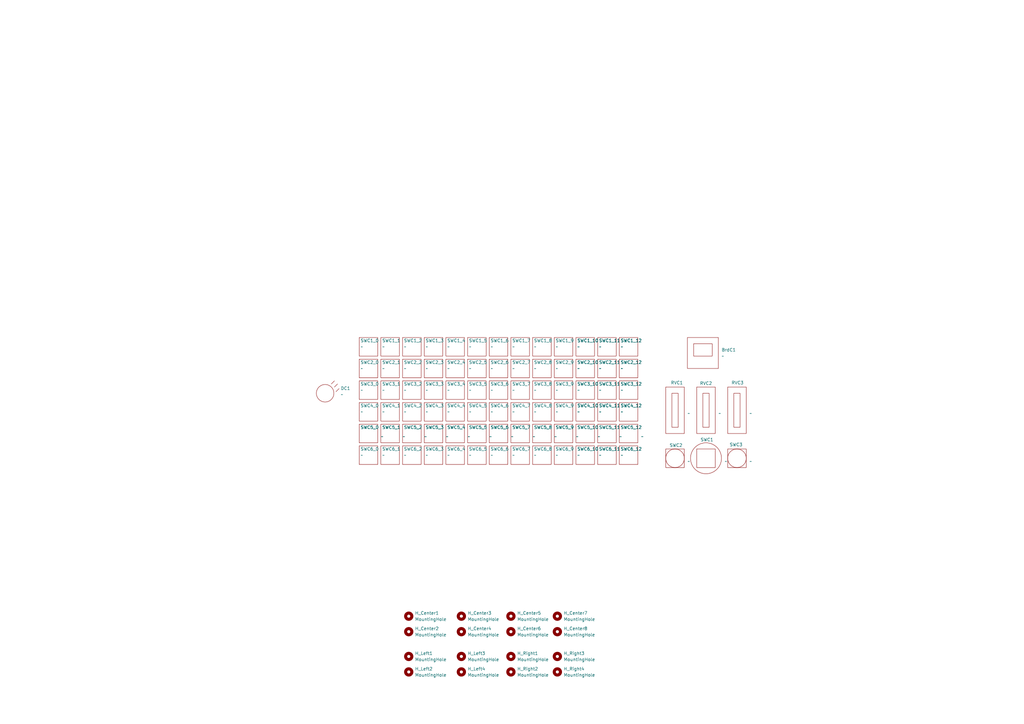
<source format=kicad_sch>
(kicad_sch (version 20250114) (generator "eeschema") (generator_version "9.0")
  (paper "A3")
  (lib_symbols
    (symbol "EUB_Passives:CenterSwitch_Cutout"
      (property "Reference" "SWC" (at 0 0 0))
      (symbol "CenterSwitch_Cutout_0_1"
        (rectangle (start -3.81 3.81) (end 3.81 -3.81))
        (circle (center 0 0) (radius 6.35))
      )
    )
    (symbol "EUB_Passives:KeySwitch_Cutout"
      (property "Reference" "SWC" (at 0 0 0))
      (symbol "KeySwitch_Cutout_0_1"
        (rectangle (start -3.81 3.81) (end 3.81 -3.81))
      )
    )
    (symbol "EUB_Passives:LED_Cutout"
      (property "Reference" "DC" (at 0 1.27 0))
      (symbol "LED_Cutout_0_1"
        (circle (center 0 1.27) (radius 3.5921))
        (polyline (pts (xy 2.54 5.08) (xy 3.81 6.35)))
        (polyline (pts (xy 3.81 3.81) (xy 5.08 5.08)))
        (polyline (pts (xy 4.445 1.905) (xy 5.715 3.175)))
      )
    )
    (symbol "EUB_Passives:OLED_Cutout"
      (property "Reference" "BrdC" (at 0 1.27 0))
      (symbol "OLED_Cutout_0_1"
        (rectangle (start -6.35 6.35) (end 6.35 -6.35))
        (rectangle (start -3.81 3.81) (end 3.81 -1.27))
      )
    )
    (symbol "EUB_Passives:SideSwitch_Cutout"
      (property "Reference" "SWC" (at 0 0 0))
      (symbol "SideSwitch_Cutout_0_1"
        (rectangle (start -3.81 3.81) (end 3.81 -3.81))
        (circle (center 0 0) (radius 3.81))
      )
    )
    (symbol "EUB_Passives:SlidePot_Cutout"
      (property "Reference" "RVC" (at 0 8.89 0))
      (symbol "SlidePot_Cutout_0_1"
        (rectangle (start -3.81 10.16) (end 3.81 -8.89))
        (rectangle (start -1.27 7.62) (end 1.27 -6.35))
      )
    )
    (symbol "Mechanical:MountingHole" (pin_names (offset 1.016)) (in_bom no)
      (property "Reference" "H" (at 0 5.08 0))
      (property "Value" "MountingHole" (at 0 3.175 0))
      (symbol "MountingHole_0_1"
        (circle (center 0 0) (radius 1.27) (stroke (width 1.27)))
      )
    )
  )
  (symbol (lib_id "EUB_Passives:KeySwitch_Cutout") (at 195.58 177.8 0) (unit 1)
    (property "Reference" "SWC5_5" (at 192.278 175.26 0) (effects (justify left)))
    (property "Value" "~" (at 200.66 179.0699 0) (effects (justify left)))
    (property "Footprint" "EUB_KeySwitches:SW_Kailh_Choc_Cutout_YushadoCap" (effects (hide yes)))
  )
  (symbol (lib_id "EUB_Passives:KeySwitch_Cutout") (at 204.47 151.13 0) (unit 1)
    (property "Reference" "SWC2_6" (at 201.168 148.59 0) (effects (justify left)))
    (property "Value" "~" (at 201.168 151.13 0) (effects (justify left)))
    (property "Footprint" "EUB_KeySwitches:SW_Kailh_Choc_Cutout_YushadoCap" (effects (hide yes)))
  )
  (symbol (lib_id "EUB_Passives:CenterSwitch_Cutout") (at 289.56 187.96 0) (unit 1)
    (property "Reference" "SWC1" (at 287.274 180.34 0) (effects (justify left)))
    (property "Value" "~" (at 297.18 189.2299 0) (effects (justify left)))
    (property "Footprint" "EUB_Passives:Akidsuki_WhiteCircleTactileSwitch_Cutout" (effects (hide yes)))
  )
  (symbol (lib_id "Mechanical:MountingHole") (at 189.23 275.59 0) (unit 1) (in_bom no)
    (property "Reference" "H_Left4" (at 191.77 274.3199 0) (effects (justify left)))
    (property "Value" "MountingHole" (at 191.77 276.8599 0) (effects (justify left)))
    (property "Footprint" "EUB_MountingHole:MountingHole_2.2mm_M2_jlcpcb" (effects (hide yes)))
    (property "Description" "Mounting Hole without connection" (effects (hide yes)))
  )
  (symbol (lib_id "EUB_Passives:KeySwitch_Cutout") (at 257.81 142.24 0) (unit 1)
    (property "Reference" "SWC1_12" (at 254.508 139.7 0) (effects (justify left)))
    (property "Value" "~" (at 254.508 142.24 0) (effects (justify left)))
    (property "Footprint" "EUB_KeySwitches:SW_Kailh_Choc_Cutout_YushadoCap" (effects (hide yes)))
  )
  (symbol (lib_id "EUB_Passives:KeySwitch_Cutout") (at 204.47 160.02 0) (unit 1)
    (property "Reference" "SWC3_6" (at 201.168 157.48 0) (effects (justify left)))
    (property "Value" "~" (at 201.168 160.02 0) (effects (justify left)))
    (property "Footprint" "EUB_KeySwitches:SW_Kailh_Choc_Cutout_YushadoCap" (effects (hide yes)))
  )
  (symbol (lib_id "EUB_Passives:KeySwitch_Cutout") (at 222.25 142.24 0) (unit 1)
    (property "Reference" "SWC1_8" (at 218.948 139.7 0) (effects (justify left)))
    (property "Value" "~" (at 218.948 142.24 0) (effects (justify left)))
    (property "Footprint" "EUB_KeySwitches:SW_Kailh_Choc_Cutout_YushadoCap" (effects (hide yes)))
  )
  (symbol (lib_id "EUB_Passives:KeySwitch_Cutout") (at 177.8 160.02 0) (unit 1)
    (property "Reference" "SWC3_3" (at 174.498 157.48 0) (effects (justify left)))
    (property "Value" "~" (at 174.498 160.02 0) (effects (justify left)))
    (property "Footprint" "EUB_KeySwitches:SW_Kailh_Choc_Cutout_YushadoCap" (effects (hide yes)))
  )
  (symbol (lib_id "EUB_Passives:KeySwitch_Cutout") (at 204.47 142.24 0) (unit 1)
    (property "Reference" "SWC1_6" (at 201.168 139.7 0) (effects (justify left)))
    (property "Value" "~" (at 201.168 142.24 0) (effects (justify left)))
    (property "Footprint" "EUB_KeySwitches:SW_Kailh_Choc_Cutout_YushadoCap" (effects (hide yes)))
  )
  (symbol (lib_id "EUB_Passives:SlidePot_Cutout") (at 289.56 168.91 0) (unit 1)
    (property "Reference" "RVC2" (at 287.02 157.226 0) (effects (justify left)))
    (property "Value" "~" (at 294.64 169.5449 0) (effects (justify left)))
    (property "Footprint" "EUB_Passives:Potentiometer_Slider_AliExpress_10k_35mm_Hole" (effects (hide yes)))
  )
  (symbol (lib_id "EUB_Passives:KeySwitch_Cutout") (at 186.69 142.24 0) (unit 1)
    (property "Reference" "SWC1_4" (at 183.388 139.7 0) (effects (justify left)))
    (property "Value" "~" (at 183.388 142.24 0) (effects (justify left)))
    (property "Footprint" "EUB_KeySwitches:SW_Kailh_Choc_Cutout_YushadoCap" (effects (hide yes)))
  )
  (symbol (lib_id "EUB_Passives:KeySwitch_Cutout") (at 177.8 168.91 0) (unit 1)
    (property "Reference" "SWC4_3" (at 174.498 166.37 0) (effects (justify left)))
    (property "Value" "~" (at 174.498 168.91 0) (effects (justify left)))
    (property "Footprint" "EUB_KeySwitches:SW_Kailh_Choc_Cutout_YushadoCap" (effects (hide yes)))
  )
  (symbol (lib_id "EUB_Passives:KeySwitch_Cutout") (at 231.14 160.02 0) (unit 1)
    (property "Reference" "SWC3_9" (at 227.838 157.48 0) (effects (justify left)))
    (property "Value" "~" (at 227.838 160.02 0) (effects (justify left)))
    (property "Footprint" "EUB_KeySwitches:SW_Kailh_Choc_Cutout_YushadoCap" (effects (hide yes)))
  )
  (symbol (lib_id "EUB_Passives:KeySwitch_Cutout") (at 240.03 142.24 0) (unit 1)
    (property "Reference" "SWC1_10" (at 236.728 139.7 0) (effects (justify left)))
    (property "Value" "~" (at 236.728 142.24 0) (effects (justify left)))
    (property "Footprint" "EUB_KeySwitches:SW_Kailh_Choc_Cutout_YushadoCap" (effects (hide yes)))
  )
  (symbol (lib_id "Mechanical:MountingHole") (at 228.6 259.08 0) (unit 1) (in_bom no)
    (property "Reference" "H_Center8" (at 231.14 257.8099 0) (effects (justify left)))
    (property "Value" "MountingHole" (at 231.14 260.3499 0) (effects (justify left)))
    (property "Footprint" "EUB_MountingHole:MountingHole_2.2mm_M2_jlcpcb" (effects (hide yes)))
    (property "Description" "Mounting Hole without connection" (effects (hide yes)))
  )
  (symbol (lib_id "EUB_Passives:KeySwitch_Cutout") (at 168.91 177.8 0) (unit 1)
    (property "Reference" "SWC5_2" (at 165.608 175.26 0) (effects (justify left)))
    (property "Value" "~" (at 173.99 179.0699 0) (effects (justify left)))
    (property "Footprint" "EUB_KeySwitches:SW_Kailh_Choc_Cutout_YushadoCap" (effects (hide yes)))
  )
  (symbol (lib_id "EUB_Passives:KeySwitch_Cutout") (at 213.36 177.8 0) (unit 1)
    (property "Reference" "SWC5_7" (at 210.058 175.26 0) (effects (justify left)))
    (property "Value" "~" (at 218.44 179.0699 0) (effects (justify left)))
    (property "Footprint" "EUB_KeySwitches:SW_Kailh_Choc_Cutout_YushadoCap" (effects (hide yes)))
  )
  (symbol (lib_id "EUB_Passives:KeySwitch_Cutout") (at 195.58 151.13 0) (unit 1)
    (property "Reference" "SWC2_5" (at 192.278 148.59 0) (effects (justify left)))
    (property "Value" "~" (at 192.278 151.13 0) (effects (justify left)))
    (property "Footprint" "EUB_KeySwitches:SW_Kailh_Choc_Cutout_YushadoCap" (effects (hide yes)))
  )
  (symbol (lib_id "EUB_Passives:KeySwitch_Cutout") (at 222.25 160.02 0) (unit 1)
    (property "Reference" "SWC3_8" (at 218.948 157.48 0) (effects (justify left)))
    (property "Value" "~" (at 218.948 160.02 0) (effects (justify left)))
    (property "Footprint" "EUB_KeySwitches:SW_Kailh_Choc_Cutout_YushadoCap" (effects (hide yes)))
  )
  (symbol (lib_id "EUB_Passives:KeySwitch_Cutout") (at 186.69 177.8 0) (unit 1)
    (property "Reference" "SWC5_4" (at 183.388 175.26 0) (effects (justify left)))
    (property "Value" "~" (at 191.77 179.0699 0) (effects (justify left)))
    (property "Footprint" "EUB_KeySwitches:SW_Kailh_Choc_Cutout_YushadoCap" (effects (hide yes)))
  )
  (symbol (lib_id "EUB_Passives:KeySwitch_Cutout") (at 213.36 151.13 0) (unit 1)
    (property "Reference" "SWC2_7" (at 210.058 148.59 0) (effects (justify left)))
    (property "Value" "~" (at 210.058 151.13 0) (effects (justify left)))
    (property "Footprint" "EUB_KeySwitches:SW_Kailh_Choc_Cutout_YushadoCap" (effects (hide yes)))
  )
  (symbol (lib_id "EUB_Passives:KeySwitch_Cutout") (at 160.02 142.24 0) (unit 1)
    (property "Reference" "SWC1_1" (at 156.718 139.7 0) (effects (justify left)))
    (property "Value" "~" (at 156.718 142.24 0) (effects (justify left)))
    (property "Footprint" "EUB_KeySwitches:SW_Kailh_Choc_Cutout_YushadoCap" (effects (hide yes)))
  )
  (symbol (lib_id "EUB_Passives:KeySwitch_Cutout") (at 195.58 160.02 0) (unit 1)
    (property "Reference" "SWC3_5" (at 192.278 157.48 0) (effects (justify left)))
    (property "Value" "~" (at 192.278 160.02 0) (effects (justify left)))
    (property "Footprint" "EUB_KeySwitches:SW_Kailh_Choc_Cutout_YushadoCap" (effects (hide yes)))
  )
  (symbol (lib_id "EUB_Passives:KeySwitch_Cutout") (at 257.81 168.91 0) (unit 1)
    (property "Reference" "SWC4_12" (at 254.508 166.37 0) (effects (justify left)))
    (property "Value" "~" (at 254.508 168.91 0) (effects (justify left)))
    (property "Footprint" "EUB_KeySwitches:SW_Kailh_Choc_Cutout_YushadoCap" (effects (hide yes)))
  )
  (symbol (lib_id "EUB_Passives:KeySwitch_Cutout") (at 222.25 151.13 0) (unit 1)
    (property "Reference" "SWC2_8" (at 218.948 148.59 0) (effects (justify left)))
    (property "Value" "~" (at 218.948 151.13 0) (effects (justify left)))
    (property "Footprint" "EUB_KeySwitches:SW_Kailh_Choc_Cutout_YushadoCap" (effects (hide yes)))
  )
  (symbol (lib_id "Mechanical:MountingHole") (at 228.6 269.24 0) (unit 1) (in_bom no)
    (property "Reference" "H_Right3" (at 231.14 267.9699 0) (effects (justify left)))
    (property "Value" "MountingHole" (at 231.14 270.5099 0) (effects (justify left)))
    (property "Footprint" "EUB_MountingHole:MountingHole_2.2mm_M2_jlcpcb" (effects (hide yes)))
    (property "Description" "Mounting Hole without connection" (effects (hide yes)))
  )
  (symbol (lib_id "Mechanical:MountingHole") (at 228.6 252.73 0) (unit 1) (in_bom no)
    (property "Reference" "H_Center7" (at 231.14 251.4599 0) (effects (justify left)))
    (property "Value" "MountingHole" (at 231.14 253.9999 0) (effects (justify left)))
    (property "Footprint" "EUB_MountingHole:MountingHole_2.2mm_M2_jlcpcb" (effects (hide yes)))
    (property "Description" "Mounting Hole without connection" (effects (hide yes)))
  )
  (symbol (lib_id "EUB_Passives:KeySwitch_Cutout") (at 177.8 151.13 0) (unit 1)
    (property "Reference" "SWC2_3" (at 174.498 148.59 0) (effects (justify left)))
    (property "Value" "~" (at 174.498 151.13 0) (effects (justify left)))
    (property "Footprint" "EUB_KeySwitches:SW_Kailh_Choc_Cutout_YushadoCap" (effects (hide yes)))
  )
  (symbol (lib_id "EUB_Passives:SideSwitch_Cutout") (at 276.86 187.96 0) (unit 1)
    (property "Reference" "SWC2" (at 274.574 182.626 0) (effects (justify left)))
    (property "Value" "~" (at 281.94 189.2299 0) (effects (justify left)))
    (property "Footprint" "EUB_Passives:SW_PUSH_6mm_H9.5mm_DTS65_cutout" (effects (hide yes)))
  )
  (symbol (lib_id "EUB_Passives:KeySwitch_Cutout") (at 186.69 160.02 0) (unit 1)
    (property "Reference" "SWC3_4" (at 183.388 157.48 0) (effects (justify left)))
    (property "Value" "~" (at 183.388 160.02 0) (effects (justify left)))
    (property "Footprint" "EUB_KeySwitches:SW_Kailh_Choc_Cutout_YushadoCap" (effects (hide yes)))
  )
  (symbol (lib_id "EUB_Passives:KeySwitch_Cutout") (at 231.14 168.91 0) (unit 1)
    (property "Reference" "SWC4_9" (at 227.838 166.37 0) (effects (justify left)))
    (property "Value" "~" (at 227.838 168.91 0) (effects (justify left)))
    (property "Footprint" "EUB_KeySwitches:SW_Kailh_Choc_Cutout_YushadoCap" (effects (hide yes)))
  )
  (symbol (lib_id "EUB_Passives:KeySwitch_Cutout") (at 195.58 186.69 0) (unit 1)
    (property "Reference" "SWC6_5" (at 192.278 184.15 0) (effects (justify left)))
    (property "Value" "~" (at 192.278 186.69 0) (effects (justify left)))
    (property "Footprint" "EUB_KeySwitches:SW_Kailh_Choc_Cutout_YushadoCap" (effects (hide yes)))
  )
  (symbol (lib_id "Mechanical:MountingHole") (at 209.55 269.24 0) (unit 1) (in_bom no)
    (property "Reference" "H_Right1" (at 212.09 267.9699 0) (effects (justify left)))
    (property "Value" "MountingHole" (at 212.09 270.5099 0) (effects (justify left)))
    (property "Footprint" "EUB_MountingHole:MountingHole_2.2mm_M2_jlcpcb" (effects (hide yes)))
    (property "Description" "Mounting Hole without connection" (effects (hide yes)))
  )
  (symbol (lib_id "EUB_Passives:KeySwitch_Cutout") (at 240.03 186.69 0) (unit 1)
    (property "Reference" "SWC6_10" (at 236.728 184.15 0) (effects (justify left)))
    (property "Value" "~" (at 236.728 186.69 0) (effects (justify left)))
    (property "Footprint" "EUB_KeySwitches:SW_Kailh_Choc_Cutout_YushadoCap" (effects (hide yes)))
  )
  (symbol (lib_id "EUB_Passives:KeySwitch_Cutout") (at 240.03 168.91 0) (unit 1)
    (property "Reference" "SWC4_10" (at 236.728 166.37 0) (effects (justify left)))
    (property "Value" "~" (at 236.728 168.91 0) (effects (justify left)))
    (property "Footprint" "EUB_KeySwitches:SW_Kailh_Choc_Cutout_YushadoCap" (effects (hide yes)))
  )
  (symbol (lib_id "EUB_Passives:SlidePot_Cutout") (at 302.26 168.91 0) (unit 1)
    (property "Reference" "RVC3" (at 299.974 156.972 0) (effects (justify left)))
    (property "Value" "~" (at 307.34 169.5449 0) (effects (justify left)))
    (property "Footprint" "EUB_Passives:Potentiometer_Slider_AliExpress_10k_35mm_Hole" (effects (hide yes)))
  )
  (symbol (lib_id "EUB_Passives:KeySwitch_Cutout") (at 213.36 160.02 0) (unit 1)
    (property "Reference" "SWC3_7" (at 210.058 157.48 0) (effects (justify left)))
    (property "Value" "~" (at 210.058 160.02 0) (effects (justify left)))
    (property "Footprint" "EUB_KeySwitches:SW_Kailh_Choc_Cutout_YushadoCap" (effects (hide yes)))
  )
  (symbol (lib_id "Mechanical:MountingHole") (at 209.55 252.73 0) (unit 1) (in_bom no)
    (property "Reference" "H_Center5" (at 212.09 251.4599 0) (effects (justify left)))
    (property "Value" "MountingHole" (at 212.09 253.9999 0) (effects (justify left)))
    (property "Footprint" "EUB_MountingHole:MountingHole_2.2mm_M2_jlcpcb" (effects (hide yes)))
    (property "Description" "Mounting Hole without connection" (effects (hide yes)))
  )
  (symbol (lib_id "EUB_Passives:KeySwitch_Cutout") (at 240.03 160.02 0) (unit 1)
    (property "Reference" "SWC3_10" (at 236.728 157.48 0) (effects (justify left)))
    (property "Value" "~" (at 236.728 160.02 0) (effects (justify left)))
    (property "Footprint" "EUB_KeySwitches:SW_Kailh_Choc_Cutout_YushadoCap" (effects (hide yes)))
  )
  (symbol (lib_id "EUB_Passives:KeySwitch_Cutout") (at 151.13 168.91 0) (unit 1)
    (property "Reference" "SWC4_0" (at 147.828 166.37 0) (effects (justify left)))
    (property "Value" "~" (at 147.828 168.91 0) (effects (justify left)))
    (property "Footprint" "EUB_KeySwitches:SW_Kailh_Choc_Cutout_YushadoCap" (effects (hide yes)))
  )
  (symbol (lib_id "EUB_Passives:KeySwitch_Cutout") (at 257.81 160.02 0) (unit 1)
    (property "Reference" "SWC3_12" (at 254.508 157.48 0) (effects (justify left)))
    (property "Value" "~" (at 254.508 160.02 0) (effects (justify left)))
    (property "Footprint" "EUB_KeySwitches:SW_Kailh_Choc_Cutout_YushadoCap" (effects (hide yes)))
  )
  (symbol (lib_id "Mechanical:MountingHole") (at 209.55 275.59 0) (unit 1) (in_bom no)
    (property "Reference" "H_Right2" (at 212.09 274.3199 0) (effects (justify left)))
    (property "Value" "MountingHole" (at 212.09 276.8599 0) (effects (justify left)))
    (property "Footprint" "EUB_MountingHole:MountingHole_2.2mm_M2_jlcpcb" (effects (hide yes)))
    (property "Description" "Mounting Hole without connection" (effects (hide yes)))
  )
  (symbol (lib_id "Mechanical:MountingHole") (at 209.55 259.08 0) (unit 1) (in_bom no)
    (property "Reference" "H_Center6" (at 212.09 257.8099 0) (effects (justify left)))
    (property "Value" "MountingHole" (at 212.09 260.3499 0) (effects (justify left)))
    (property "Footprint" "EUB_MountingHole:MountingHole_2.2mm_M2_jlcpcb" (effects (hide yes)))
    (property "Description" "Mounting Hole without connection" (effects (hide yes)))
  )
  (symbol (lib_id "EUB_Passives:KeySwitch_Cutout") (at 248.92 151.13 0) (unit 1)
    (property "Reference" "SWC2_11" (at 245.618 148.59 0) (effects (justify left)))
    (property "Value" "~" (at 245.618 151.13 0) (effects (justify left)))
    (property "Footprint" "EUB_KeySwitches:SW_Kailh_Choc_Cutout_YushadoCap" (effects (hide yes)))
  )
  (symbol (lib_id "EUB_Passives:KeySwitch_Cutout") (at 177.8 177.8 0) (unit 1)
    (property "Reference" "SWC5_3" (at 174.498 175.26 0) (effects (justify left)))
    (property "Value" "~" (at 182.88 179.0699 0) (effects (justify left)))
    (property "Footprint" "EUB_KeySwitches:SW_Kailh_Choc_Cutout_YushadoCap" (effects (hide yes)))
  )
  (symbol (lib_id "EUB_Passives:KeySwitch_Cutout") (at 186.69 151.13 0) (unit 1)
    (property "Reference" "SWC2_4" (at 183.388 148.59 0) (effects (justify left)))
    (property "Value" "~" (at 183.388 151.13 0) (effects (justify left)))
    (property "Footprint" "EUB_KeySwitches:SW_Kailh_Choc_Cutout_YushadoCap" (effects (hide yes)))
  )
  (symbol (lib_id "EUB_Passives:KeySwitch_Cutout") (at 248.92 186.69 0) (unit 1)
    (property "Reference" "SWC6_11" (at 245.618 184.15 0) (effects (justify left)))
    (property "Value" "~" (at 245.618 186.69 0) (effects (justify left)))
    (property "Footprint" "EUB_KeySwitches:SW_Kailh_Choc_Cutout_YushadoCap" (effects (hide yes)))
  )
  (symbol (lib_id "EUB_Passives:KeySwitch_Cutout") (at 168.91 151.13 0) (unit 1)
    (property "Reference" "SWC2_2" (at 165.608 148.59 0) (effects (justify left)))
    (property "Value" "~" (at 165.608 151.13 0) (effects (justify left)))
    (property "Footprint" "EUB_KeySwitches:SW_Kailh_Choc_Cutout_YushadoCap" (effects (hide yes)))
  )
  (symbol (lib_id "EUB_Passives:KeySwitch_Cutout") (at 222.25 186.69 0) (unit 1)
    (property "Reference" "SWC6_8" (at 218.948 184.15 0) (effects (justify left)))
    (property "Value" "~" (at 218.948 186.69 0) (effects (justify left)))
    (property "Footprint" "EUB_KeySwitches:SW_Kailh_Choc_Cutout_YushadoCap" (effects (hide yes)))
  )
  (symbol (lib_id "EUB_Passives:KeySwitch_Cutout") (at 240.03 151.13 0) (unit 1)
    (property "Reference" "SWC2_10" (at 236.728 148.59 0) (effects (justify left)))
    (property "Value" "~" (at 236.728 151.13 0) (effects (justify left)))
    (property "Footprint" "EUB_KeySwitches:SW_Kailh_Choc_Cutout_YushadoCap" (effects (hide yes)))
  )
  (symbol (lib_id "EUB_Passives:KeySwitch_Cutout") (at 213.36 142.24 0) (unit 1)
    (property "Reference" "SWC1_7" (at 210.058 139.7 0) (effects (justify left)))
    (property "Value" "~" (at 210.058 142.24 0) (effects (justify left)))
    (property "Footprint" "EUB_KeySwitches:SW_Kailh_Choc_Cutout_YushadoCap" (effects (hide yes)))
  )
  (symbol (lib_id "EUB_Passives:KeySwitch_Cutout") (at 213.36 168.91 0) (unit 1)
    (property "Reference" "SWC4_7" (at 210.058 166.37 0) (effects (justify left)))
    (property "Value" "~" (at 210.058 168.91 0) (effects (justify left)))
    (property "Footprint" "EUB_KeySwitches:SW_Kailh_Choc_Cutout_YushadoCap" (effects (hide yes)))
  )
  (symbol (lib_id "Mechanical:MountingHole") (at 167.64 269.24 0) (unit 1) (in_bom no)
    (property "Reference" "H_Left1" (at 170.18 267.9699 0) (effects (justify left)))
    (property "Value" "MountingHole" (at 170.18 270.5099 0) (effects (justify left)))
    (property "Footprint" "EUB_MountingHole:MountingHole_2.2mm_M2_jlcpcb" (effects (hide yes)))
    (property "Description" "Mounting Hole without connection" (effects (hide yes)))
  )
  (symbol (lib_id "EUB_Passives:KeySwitch_Cutout") (at 151.13 177.8 0) (unit 1)
    (property "Reference" "SWC5_0" (at 147.828 175.26 0) (effects (justify left)))
    (property "Value" "~" (at 156.21 179.0699 0) (effects (justify left)))
    (property "Footprint" "EUB_KeySwitches:SW_Kailh_Choc_Cutout_YushadoCap" (effects (hide yes)))
  )
  (symbol (lib_id "EUB_Passives:SlidePot_Cutout") (at 276.86 168.91 0) (unit 1)
    (property "Reference" "RVC1" (at 275.082 156.972 0) (effects (justify left)))
    (property "Value" "~" (at 281.94 169.5449 0) (effects (justify left)))
    (property "Footprint" "EUB_Passives:Potentiometer_Slider_AliExpress_10k_35mm_Hole" (effects (hide yes)))
  )
  (symbol (lib_id "EUB_Passives:KeySwitch_Cutout") (at 168.91 160.02 0) (unit 1)
    (property "Reference" "SWC3_2" (at 165.608 157.48 0) (effects (justify left)))
    (property "Value" "~" (at 165.608 160.02 0) (effects (justify left)))
    (property "Footprint" "EUB_KeySwitches:SW_Kailh_Choc_Cutout_YushadoCap" (effects (hide yes)))
  )
  (symbol (lib_id "EUB_Passives:KeySwitch_Cutout") (at 204.47 186.69 0) (unit 1)
    (property "Reference" "SWC6_6" (at 201.168 184.15 0) (effects (justify left)))
    (property "Value" "~" (at 201.168 186.69 0) (effects (justify left)))
    (property "Footprint" "EUB_KeySwitches:SW_Kailh_Choc_Cutout_YushadoCap" (effects (hide yes)))
  )
  (symbol (lib_id "EUB_Passives:KeySwitch_Cutout") (at 195.58 168.91 0) (unit 1)
    (property "Reference" "SWC4_5" (at 192.278 166.37 0) (effects (justify left)))
    (property "Value" "~" (at 192.278 168.91 0) (effects (justify left)))
    (property "Footprint" "EUB_KeySwitches:SW_Kailh_Choc_Cutout_YushadoCap" (effects (hide yes)))
  )
  (symbol (lib_id "EUB_Passives:KeySwitch_Cutout") (at 231.14 142.24 0) (unit 1)
    (property "Reference" "SWC1_9" (at 227.838 139.7 0) (effects (justify left)))
    (property "Value" "~" (at 227.838 142.24 0) (effects (justify left)))
    (property "Footprint" "EUB_KeySwitches:SW_Kailh_Choc_Cutout_YushadoCap" (effects (hide yes)))
  )
  (symbol (lib_id "Mechanical:MountingHole") (at 189.23 252.73 0) (unit 1) (in_bom no)
    (property "Reference" "H_Center3" (at 191.77 251.4599 0) (effects (justify left)))
    (property "Value" "MountingHole" (at 191.77 253.9999 0) (effects (justify left)))
    (property "Footprint" "EUB_MountingHole:MountingHole_2.2mm_M2_jlcpcb" (effects (hide yes)))
    (property "Description" "Mounting Hole without connection" (effects (hide yes)))
  )
  (symbol (lib_id "EUB_Passives:KeySwitch_Cutout") (at 257.81 186.69 0) (unit 1)
    (property "Reference" "SWC6_12" (at 254.508 184.15 0) (effects (justify left)))
    (property "Value" "~" (at 254.508 186.69 0) (effects (justify left)))
    (property "Footprint" "EUB_KeySwitches:SW_Kailh_Choc_Cutout_YushadoCap" (effects (hide yes)))
  )
  (symbol (lib_id "Mechanical:MountingHole") (at 228.6 275.59 0) (unit 1) (in_bom no)
    (property "Reference" "H_Right4" (at 231.14 274.3199 0) (effects (justify left)))
    (property "Value" "MountingHole" (at 231.14 276.8599 0) (effects (justify left)))
    (property "Footprint" "EUB_MountingHole:MountingHole_2.2mm_M2_jlcpcb" (effects (hide yes)))
    (property "Description" "Mounting Hole without connection" (effects (hide yes)))
  )
  (symbol (lib_id "Mechanical:MountingHole") (at 189.23 259.08 0) (unit 1) (in_bom no)
    (property "Reference" "H_Center4" (at 191.77 257.8099 0) (effects (justify left)))
    (property "Value" "MountingHole" (at 191.77 260.3499 0) (effects (justify left)))
    (property "Footprint" "EUB_MountingHole:MountingHole_2.2mm_M2_jlcpcb" (effects (hide yes)))
    (property "Description" "Mounting Hole without connection" (effects (hide yes)))
  )
  (symbol (lib_id "EUB_Passives:KeySwitch_Cutout") (at 231.14 151.13 0) (unit 1)
    (property "Reference" "SWC2_9" (at 227.838 148.59 0) (effects (justify left)))
    (property "Value" "~" (at 227.838 151.13 0) (effects (justify left)))
    (property "Footprint" "EUB_KeySwitches:SW_Kailh_Choc_Cutout_YushadoCap" (effects (hide yes)))
  )
  (symbol (lib_id "Mechanical:MountingHole") (at 167.64 275.59 0) (unit 1) (in_bom no)
    (property "Reference" "H_Left2" (at 170.18 274.3199 0) (effects (justify left)))
    (property "Value" "MountingHole" (at 170.18 276.8599 0) (effects (justify left)))
    (property "Footprint" "EUB_MountingHole:MountingHole_2.2mm_M2_jlcpcb" (effects (hide yes)))
    (property "Description" "Mounting Hole without connection" (effects (hide yes)))
  )
  (symbol (lib_id "EUB_Passives:KeySwitch_Cutout") (at 160.02 186.69 0) (unit 1)
    (property "Reference" "SWC6_1" (at 156.718 184.15 0) (effects (justify left)))
    (property "Value" "~" (at 156.718 186.69 0) (effects (justify left)))
    (property "Footprint" "EUB_KeySwitches:SW_Kailh_Choc_Cutout_YushadoCap" (effects (hide yes)))
  )
  (symbol (lib_id "EUB_Passives:KeySwitch_Cutout") (at 160.02 177.8 0) (unit 1)
    (property "Reference" "SWC5_1" (at 156.718 175.26 0) (effects (justify left)))
    (property "Value" "~" (at 165.1 179.0699 0) (effects (justify left)))
    (property "Footprint" "EUB_KeySwitches:SW_Kailh_Choc_Cutout_YushadoCap" (effects (hide yes)))
  )
  (symbol (lib_id "EUB_Passives:KeySwitch_Cutout") (at 231.14 177.8 0) (unit 1)
    (property "Reference" "SWC5_9" (at 227.838 175.26 0) (effects (justify left)))
    (property "Value" "~" (at 236.22 179.0699 0) (effects (justify left)))
    (property "Footprint" "EUB_KeySwitches:SW_Kailh_Choc_Cutout_YushadoCap" (effects (hide yes)))
  )
  (symbol (lib_id "EUB_Passives:KeySwitch_Cutout") (at 222.25 168.91 0) (unit 1)
    (property "Reference" "SWC4_8" (at 218.948 166.37 0) (effects (justify left)))
    (property "Value" "~" (at 218.948 168.91 0) (effects (justify left)))
    (property "Footprint" "EUB_KeySwitches:SW_Kailh_Choc_Cutout_YushadoCap" (effects (hide yes)))
  )
  (symbol (lib_id "EUB_Passives:KeySwitch_Cutout") (at 160.02 160.02 0) (unit 1)
    (property "Reference" "SWC3_1" (at 156.718 157.48 0) (effects (justify left)))
    (property "Value" "~" (at 156.718 160.02 0) (effects (justify left)))
    (property "Footprint" "EUB_KeySwitches:SW_Kailh_Choc_Cutout_YushadoCap" (effects (hide yes)))
  )
  (symbol (lib_id "EUB_Passives:KeySwitch_Cutout") (at 151.13 186.69 0) (unit 1)
    (property "Reference" "SWC6_0" (at 147.828 184.15 0) (effects (justify left)))
    (property "Value" "~" (at 147.828 186.69 0) (effects (justify left)))
    (property "Footprint" "EUB_KeySwitches:SW_Kailh_Choc_Cutout_YushadoCap" (effects (hide yes)))
  )
  (symbol (lib_id "EUB_Passives:KeySwitch_Cutout") (at 160.02 168.91 0) (unit 1)
    (property "Reference" "SWC4_1" (at 156.718 166.37 0) (effects (justify left)))
    (property "Value" "~" (at 156.718 168.91 0) (effects (justify left)))
    (property "Footprint" "EUB_KeySwitches:SW_Kailh_Choc_Cutout_YushadoCap" (effects (hide yes)))
  )
  (symbol (lib_id "EUB_Passives:KeySwitch_Cutout") (at 151.13 142.24 0) (unit 1)
    (property "Reference" "SWC1_0" (at 147.828 139.7 0) (effects (justify left)))
    (property "Value" "~" (at 147.828 142.24 0) (effects (justify left)))
    (property "Footprint" "EUB_KeySwitches:SW_Kailh_Choc_Cutout_YushadoCap" (effects (hide yes)))
  )
  (symbol (lib_id "EUB_Passives:KeySwitch_Cutout") (at 168.91 142.24 0) (unit 1)
    (property "Reference" "SWC1_2" (at 165.608 139.7 0) (effects (justify left)))
    (property "Value" "~" (at 165.608 142.24 0) (effects (justify left)))
    (property "Footprint" "EUB_KeySwitches:SW_Kailh_Choc_Cutout_YushadoCap" (effects (hide yes)))
  )
  (symbol (lib_id "Mechanical:MountingHole") (at 167.64 252.73 0) (unit 1) (in_bom no)
    (property "Reference" "H_Center1" (at 170.18 251.4599 0) (effects (justify left)))
    (property "Value" "MountingHole" (at 170.18 253.9999 0) (effects (justify left)))
    (property "Footprint" "EUB_MountingHole:MountingHole_2.2mm_M2_jlcpcb" (effects (hide yes)))
    (property "Description" "Mounting Hole without connection" (effects (hide yes)))
  )
  (symbol (lib_id "EUB_Passives:KeySwitch_Cutout") (at 177.8 142.24 0) (unit 1)
    (property "Reference" "SWC1_3" (at 174.498 139.7 0) (effects (justify left)))
    (property "Value" "~" (at 174.498 142.24 0) (effects (justify left)))
    (property "Footprint" "EUB_KeySwitches:SW_Kailh_Choc_Cutout_YushadoCap" (effects (hide yes)))
  )
  (symbol (lib_id "Mechanical:MountingHole") (at 167.64 259.08 0) (unit 1) (in_bom no)
    (property "Reference" "H_Center2" (at 170.18 257.8099 0) (effects (justify left)))
    (property "Value" "MountingHole" (at 170.18 260.3499 0) (effects (justify left)))
    (property "Footprint" "EUB_MountingHole:MountingHole_2.2mm_M2_jlcpcb" (effects (hide yes)))
    (property "Description" "Mounting Hole without connection" (effects (hide yes)))
  )
  (symbol (lib_id "EUB_Passives:KeySwitch_Cutout") (at 248.92 160.02 0) (unit 1)
    (property "Reference" "SWC3_11" (at 245.618 157.48 0) (effects (justify left)))
    (property "Value" "~" (at 245.618 160.02 0) (effects (justify left)))
    (property "Footprint" "EUB_KeySwitches:SW_Kailh_Choc_Cutout_YushadoCap" (effects (hide yes)))
  )
  (symbol (lib_id "Mechanical:MountingHole") (at 189.23 269.24 0) (unit 1) (in_bom no)
    (property "Reference" "H_Left3" (at 191.77 267.9699 0) (effects (justify left)))
    (property "Value" "MountingHole" (at 191.77 270.5099 0) (effects (justify left)))
    (property "Footprint" "EUB_MountingHole:MountingHole_2.2mm_M2_jlcpcb" (effects (hide yes)))
    (property "Description" "Mounting Hole without connection" (effects (hide yes)))
  )
  (symbol (lib_id "EUB_Passives:KeySwitch_Cutout") (at 186.69 186.69 0) (unit 1)
    (property "Reference" "SWC6_4" (at 183.388 184.15 0) (effects (justify left)))
    (property "Value" "~" (at 183.388 186.69 0) (effects (justify left)))
    (property "Footprint" "EUB_KeySwitches:SW_Kailh_Choc_Cutout_YushadoCap" (effects (hide yes)))
  )
  (symbol (lib_id "EUB_Passives:KeySwitch_Cutout") (at 248.92 142.24 0) (unit 1)
    (property "Reference" "SWC1_11" (at 245.618 139.7 0) (effects (justify left)))
    (property "Value" "~" (at 245.618 142.24 0) (effects (justify left)))
    (property "Footprint" "EUB_KeySwitches:SW_Kailh_Choc_Cutout_YushadoCap" (effects (hide yes)))
  )
  (symbol (lib_id "EUB_Passives:KeySwitch_Cutout") (at 168.91 168.91 0) (unit 1)
    (property "Reference" "SWC4_2" (at 165.608 166.37 0) (effects (justify left)))
    (property "Value" "~" (at 165.608 168.91 0) (effects (justify left)))
    (property "Footprint" "EUB_KeySwitches:SW_Kailh_Choc_Cutout_YushadoCap" (effects (hide yes)))
  )
  (symbol (lib_id "EUB_Passives:KeySwitch_Cutout") (at 204.47 177.8 0) (unit 1)
    (property "Reference" "SWC5_6" (at 201.168 175.26 0) (effects (justify left)))
    (property "Value" "~" (at 209.55 179.0699 0) (effects (justify left)))
    (property "Footprint" "EUB_KeySwitches:SW_Kailh_Choc_Cutout_YushadoCap" (effects (hide yes)))
  )
  (symbol (lib_id "EUB_Passives:KeySwitch_Cutout") (at 248.92 168.91 0) (unit 1)
    (property "Reference" "SWC4_11" (at 245.618 166.37 0) (effects (justify left)))
    (property "Value" "~" (at 245.618 168.91 0) (effects (justify left)))
    (property "Footprint" "EUB_KeySwitches:SW_Kailh_Choc_Cutout_YushadoCap" (effects (hide yes)))
  )
  (symbol (lib_id "EUB_Passives:KeySwitch_Cutout") (at 177.8 186.69 0) (unit 1)
    (property "Reference" "SWC6_3" (at 174.498 184.15 0) (effects (justify left)))
    (property "Value" "~" (at 174.498 186.69 0) (effects (justify left)))
    (property "Footprint" "EUB_KeySwitches:SW_Kailh_Choc_Cutout_YushadoCap" (effects (hide yes)))
  )
  (symbol (lib_id "EUB_Passives:KeySwitch_Cutout") (at 231.14 186.69 0) (unit 1)
    (property "Reference" "SWC6_9" (at 227.838 184.15 0) (effects (justify left)))
    (property "Value" "~" (at 227.838 186.69 0) (effects (justify left)))
    (property "Footprint" "EUB_KeySwitches:SW_Kailh_Choc_Cutout_YushadoCap" (effects (hide yes)))
  )
  (symbol (lib_id "EUB_Passives:KeySwitch_Cutout") (at 257.81 177.8 0) (unit 1)
    (property "Reference" "SWC5_12" (at 254.508 175.26 0) (effects (justify left)))
    (property "Value" "~" (at 262.89 179.0699 0) (effects (justify left)))
    (property "Footprint" "EUB_KeySwitches:SW_Kailh_Choc_Cutout_YushadoCap" (effects (hide yes)))
  )
  (symbol (lib_id "EUB_Passives:KeySwitch_Cutout") (at 195.58 142.24 0) (unit 1)
    (property "Reference" "SWC1_5" (at 192.278 139.7 0) (effects (justify left)))
    (property "Value" "~" (at 192.278 142.24 0) (effects (justify left)))
    (property "Footprint" "EUB_KeySwitches:SW_Kailh_Choc_Cutout_YushadoCap" (effects (hide yes)))
  )
  (symbol (lib_id "EUB_Passives:KeySwitch_Cutout") (at 168.91 186.69 0) (unit 1)
    (property "Reference" "SWC6_2" (at 165.608 184.15 0) (effects (justify left)))
    (property "Value" "~" (at 165.608 186.69 0) (effects (justify left)))
    (property "Footprint" "EUB_KeySwitches:SW_Kailh_Choc_Cutout_YushadoCap" (effects (hide yes)))
  )
  (symbol (lib_id "EUB_Passives:KeySwitch_Cutout") (at 204.47 168.91 0) (unit 1)
    (property "Reference" "SWC4_6" (at 201.168 166.37 0) (effects (justify left)))
    (property "Value" "~" (at 201.168 168.91 0) (effects (justify left)))
    (property "Footprint" "EUB_KeySwitches:SW_Kailh_Choc_Cutout_YushadoCap" (effects (hide yes)))
  )
  (symbol (lib_id "EUB_Passives:KeySwitch_Cutout") (at 222.25 177.8 0) (unit 1)
    (property "Reference" "SWC5_8" (at 218.948 175.26 0) (effects (justify left)))
    (property "Value" "~" (at 227.33 179.0699 0) (effects (justify left)))
    (property "Footprint" "EUB_KeySwitches:SW_Kailh_Choc_Cutout_YushadoCap" (effects (hide yes)))
  )
  (symbol (lib_id "EUB_Passives:KeySwitch_Cutout") (at 213.36 186.69 0) (unit 1)
    (property "Reference" "SWC6_7" (at 210.058 184.15 0) (effects (justify left)))
    (property "Value" "~" (at 210.058 186.69 0) (effects (justify left)))
    (property "Footprint" "EUB_KeySwitches:SW_Kailh_Choc_Cutout_YushadoCap" (effects (hide yes)))
  )
  (symbol (lib_id "EUB_Passives:OLED_Cutout") (at 288.29 144.78 0) (unit 1)
    (property "Reference" "BrdC1" (at 295.91 143.5099 0) (effects (justify left)))
    (property "Value" "~" (at 295.91 146.0499 0) (effects (justify left)))
    (property "Footprint" "EUB_SSD1306:9E6018AD_Cutout" (effects (hide yes)))
  )
  (symbol (lib_id "EUB_Passives:KeySwitch_Cutout") (at 240.03 177.8 0) (unit 1)
    (property "Reference" "SWC5_10" (at 236.728 175.26 0) (effects (justify left)))
    (property "Value" "~" (at 245.11 179.0699 0) (effects (justify left)))
    (property "Footprint" "EUB_KeySwitches:SW_Kailh_Choc_Cutout_YushadoCap" (effects (hide yes)))
  )
  (symbol (lib_id "EUB_Passives:KeySwitch_Cutout") (at 257.81 151.13 0) (unit 1)
    (property "Reference" "SWC2_12" (at 254.508 148.59 0) (effects (justify left)))
    (property "Value" "~" (at 254.508 151.13 0) (effects (justify left)))
    (property "Footprint" "EUB_KeySwitches:SW_Kailh_Choc_Cutout_YushadoCap" (effects (hide yes)))
  )
  (symbol (lib_id "EUB_Passives:LED_Cutout") (at 133.35 162.56 0) (unit 1)
    (property "Reference" "DC1" (at 139.7 159.2759 0) (effects (justify left)))
    (property "Value" "~" (at 139.7 161.8159 0) (effects (justify left)))
    (property "Footprint" "EUB_Passives:LED_D5.0mm THT Hole" (effects (hide yes)))
  )
  (symbol (lib_id "EUB_Passives:KeySwitch_Cutout") (at 151.13 160.02 0) (unit 1)
    (property "Reference" "SWC3_0" (at 147.828 157.48 0) (effects (justify left)))
    (property "Value" "~" (at 147.828 160.02 0) (effects (justify left)))
    (property "Footprint" "EUB_KeySwitches:SW_Kailh_Choc_Cutout_YushadoCap" (effects (hide yes)))
  )
  (symbol (lib_id "EUB_Passives:KeySwitch_Cutout") (at 151.13 151.13 0) (unit 1)
    (property "Reference" "SWC2_0" (at 147.828 148.59 0) (effects (justify left)))
    (property "Value" "~" (at 147.828 151.13 0) (effects (justify left)))
    (property "Footprint" "EUB_KeySwitches:SW_Kailh_Choc_Cutout_YushadoCap" (effects (hide yes)))
  )
  (symbol (lib_id "EUB_Passives:KeySwitch_Cutout") (at 248.92 177.8 0) (unit 1)
    (property "Reference" "SWC5_11" (at 245.618 175.26 0) (effects (justify left)))
    (property "Value" "~" (at 254 179.0699 0) (effects (justify left)))
    (property "Footprint" "EUB_KeySwitches:SW_Kailh_Choc_Cutout_YushadoCap" (effects (hide yes)))
  )
  (symbol (lib_id "EUB_Passives:KeySwitch_Cutout") (at 186.69 168.91 0) (unit 1)
    (property "Reference" "SWC4_4" (at 183.388 166.37 0) (effects (justify left)))
    (property "Value" "~" (at 183.388 168.91 0) (effects (justify left)))
    (property "Footprint" "EUB_KeySwitches:SW_Kailh_Choc_Cutout_YushadoCap" (effects (hide yes)))
  )
  (symbol (lib_id "EUB_Passives:KeySwitch_Cutout") (at 160.02 151.13 0) (unit 1)
    (property "Reference" "SWC2_1" (at 156.718 148.59 0) (effects (justify left)))
    (property "Value" "~" (at 156.718 151.13 0) (effects (justify left)))
    (property "Footprint" "EUB_KeySwitches:SW_Kailh_Choc_Cutout_YushadoCap" (effects (hide yes)))
  )
  (symbol (lib_id "EUB_Passives:SideSwitch_Cutout") (at 302.26 187.96 0) (unit 1)
    (property "Reference" "SWC3" (at 299.212 182.372 0) (effects (justify left)))
    (property "Value" "~" (at 307.34 189.2299 0) (effects (justify left)))
    (property "Footprint" "EUB_Passives:SW_PUSH_6mm_H9.5mm_DTS65_cutout" (effects (hide yes)))
  )
)
</source>
